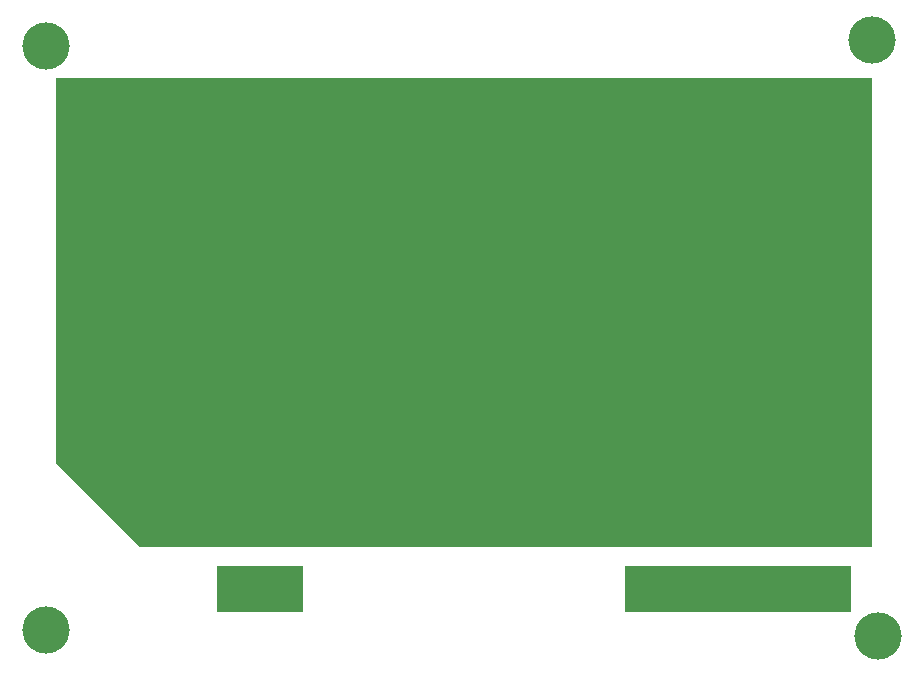
<source format=gtl>
G04 Layer_Physical_Order=1*
G04 Layer_Color=255*
%FSLAX42Y42*%
%MOMM*%
G71*
G01*
G75*
%ADD10C,1.52*%
%ADD11R,7.26X4.00*%
%ADD12R,19.16X4.00*%
%ADD13C,4.00*%
%ADD14C,1.27*%
G36*
X7493Y1207D02*
X1303D01*
X1302Y1205D01*
X591Y1917D01*
Y1917D01*
X591Y5175D01*
X7493D01*
Y1207D01*
D02*
G37*
D10*
X4000Y3250D02*
D03*
D11*
X2319Y854D02*
D03*
D12*
X6361D02*
D03*
D13*
X500Y500D02*
D03*
X7550Y450D02*
D03*
X7500Y5500D02*
D03*
X500Y5450D02*
D03*
D14*
X1400Y3300D02*
D03*
M02*

</source>
